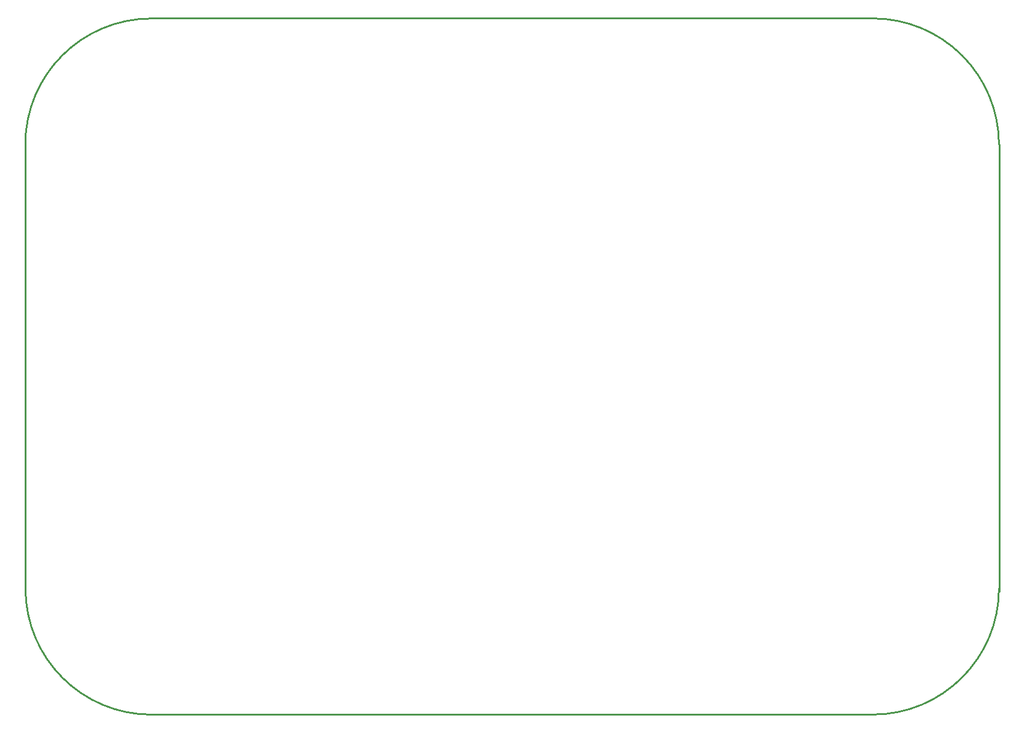
<source format=gko>
G04 Layer: BoardOutlineLayer*
G04 EasyEDA v6.5.15, 2022-09-05 00:32:20*
G04 07c8b65852c84e1a800055945528140b,10*
G04 Gerber Generator version 0.2*
G04 Scale: 100 percent, Rotated: No, Reflected: No *
G04 Dimensions in millimeters *
G04 leading zeros omitted , absolute positions ,4 integer and 5 decimal *
%FSLAX45Y45*%
%MOMM*%

%ADD10C,0.2540*%
D10*
X14478000Y4373879D02*
G01*
X14478000Y-648462D01*
X14478000Y-1929996D01*
X12725400Y-3653193D02*
G01*
X2549994Y-3653193D01*
X777999Y-1929996D02*
G01*
X777999Y4373885D01*
X2537459Y6146800D02*
G01*
X12697459Y6146800D01*
G75*
G01*
X774700Y4368800D02*
G02*
X2550160Y6144260I1775460J0D01*
G75*
G01*
X12701270Y6145530D02*
G02*
X14476730Y4370070I0J-1775460D01*
G75*
G01*
X14476730Y-1880870D02*
G02*
X12701270Y-3656330I-1775460J0D01*
G75*
G01*
X2552700Y-3657600D02*
G02*
X777240Y-1882140I0J1775460D01*

%LPD*%
M02*

</source>
